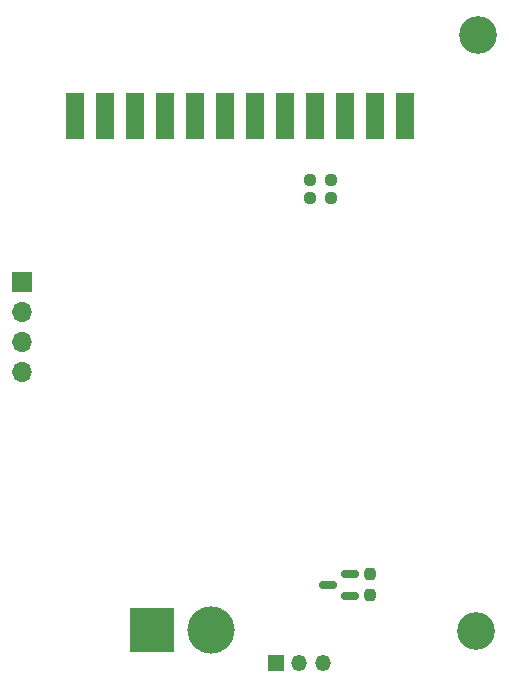
<source format=gbs>
%TF.GenerationSoftware,KiCad,Pcbnew,9.0.0-9.0.0-2~ubuntu24.04.1*%
%TF.CreationDate,2025-02-26T14:58:08+01:00*%
%TF.ProjectId,SupplyBoard,53757070-6c79-4426-9f61-72642e6b6963,rev?*%
%TF.SameCoordinates,Original*%
%TF.FileFunction,Soldermask,Bot*%
%TF.FilePolarity,Negative*%
%FSLAX46Y46*%
G04 Gerber Fmt 4.6, Leading zero omitted, Abs format (unit mm)*
G04 Created by KiCad (PCBNEW 9.0.0-9.0.0-2~ubuntu24.04.1) date 2025-02-26 14:58:08*
%MOMM*%
%LPD*%
G01*
G04 APERTURE LIST*
G04 Aperture macros list*
%AMRoundRect*
0 Rectangle with rounded corners*
0 $1 Rounding radius*
0 $2 $3 $4 $5 $6 $7 $8 $9 X,Y pos of 4 corners*
0 Add a 4 corners polygon primitive as box body*
4,1,4,$2,$3,$4,$5,$6,$7,$8,$9,$2,$3,0*
0 Add four circle primitives for the rounded corners*
1,1,$1+$1,$2,$3*
1,1,$1+$1,$4,$5*
1,1,$1+$1,$6,$7*
1,1,$1+$1,$8,$9*
0 Add four rect primitives between the rounded corners*
20,1,$1+$1,$2,$3,$4,$5,0*
20,1,$1+$1,$4,$5,$6,$7,0*
20,1,$1+$1,$6,$7,$8,$9,0*
20,1,$1+$1,$8,$9,$2,$3,0*%
G04 Aperture macros list end*
%ADD10C,3.200000*%
%ADD11R,1.350000X1.350000*%
%ADD12O,1.350000X1.350000*%
%ADD13R,1.700000X1.700000*%
%ADD14O,1.700000X1.700000*%
%ADD15R,3.800000X3.800000*%
%ADD16C,4.000000*%
%ADD17RoundRect,0.237500X-0.237500X0.250000X-0.237500X-0.250000X0.237500X-0.250000X0.237500X0.250000X0*%
%ADD18R,1.500000X4.000000*%
%ADD19RoundRect,0.237500X-0.250000X-0.237500X0.250000X-0.237500X0.250000X0.237500X-0.250000X0.237500X0*%
%ADD20RoundRect,0.150000X0.587500X0.150000X-0.587500X0.150000X-0.587500X-0.150000X0.587500X-0.150000X0*%
G04 APERTURE END LIST*
D10*
%TO.C,REF\u002A\u002A*%
X197589800Y-46200000D03*
%TD*%
%TO.C,REF\u002A\u002A*%
X197400000Y-96600000D03*
%TD*%
D11*
%TO.C,SW2*%
X180479200Y-99314000D03*
D12*
X182479200Y-99314000D03*
X184479200Y-99314000D03*
%TD*%
D13*
%TO.C,J2*%
X159004000Y-67056000D03*
D14*
X159004000Y-69596000D03*
X159004000Y-72136000D03*
X159004000Y-74676000D03*
%TD*%
D15*
%TO.C,J1*%
X169966000Y-96520000D03*
D16*
X174966000Y-96520000D03*
%TD*%
D17*
%TO.C,R15*%
X188468000Y-91797500D03*
X188468000Y-93622500D03*
%TD*%
D18*
%TO.C,J3*%
X191390000Y-53000000D03*
X188850000Y-53000000D03*
X186310000Y-53000000D03*
X183770000Y-53000000D03*
X181230000Y-53000000D03*
X178690000Y-53000000D03*
X176150000Y-53000000D03*
X173610000Y-53000000D03*
X171070000Y-53000000D03*
X168530000Y-53000000D03*
X165990000Y-53000000D03*
X163450000Y-53000000D03*
%TD*%
D19*
%TO.C,R23*%
X183341000Y-58449000D03*
X185166000Y-58449000D03*
%TD*%
D20*
%TO.C,Q2*%
X186740800Y-91795600D03*
X186740800Y-93695600D03*
X184865800Y-92745600D03*
%TD*%
D19*
%TO.C,R22*%
X183341000Y-59944000D03*
X185166000Y-59944000D03*
%TD*%
M02*

</source>
